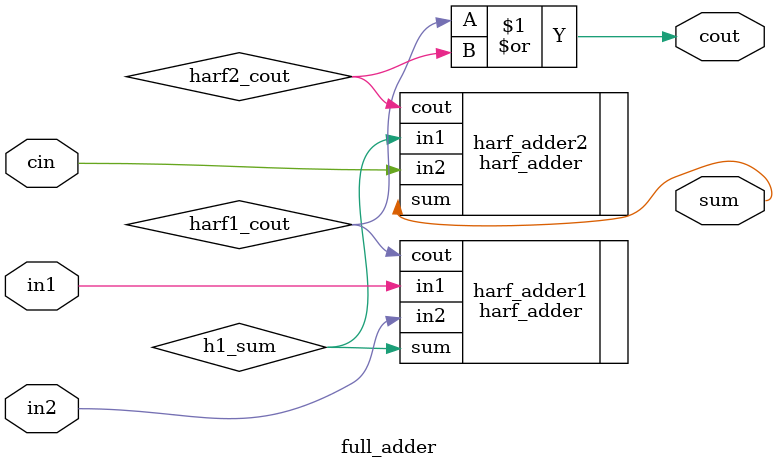
<source format=v>
`timescale 1ns / 1ns


module full_adder(
    input wire in1,
    input wire in2,
    input wire cin,
    
    output wire sum,
    output wire cout
    );
    wire harf1_cout;
    wire harf2_cout;
    wire h1_sum;
    
    harf_adder  harf_adder1(
        .in1    (in1),
        .in2    (in2),
        
        .cout   (harf1_cout),
        .sum    (h1_sum)
    );
    
    harf_adder  harf_adder2(
        .in1    (h1_sum),
        .in2    (cin),
        
        .sum    (sum),
        .cout   (harf2_cout)
    );
    
    assign cout = harf1_cout | harf2_cout;
    
endmodule

</source>
